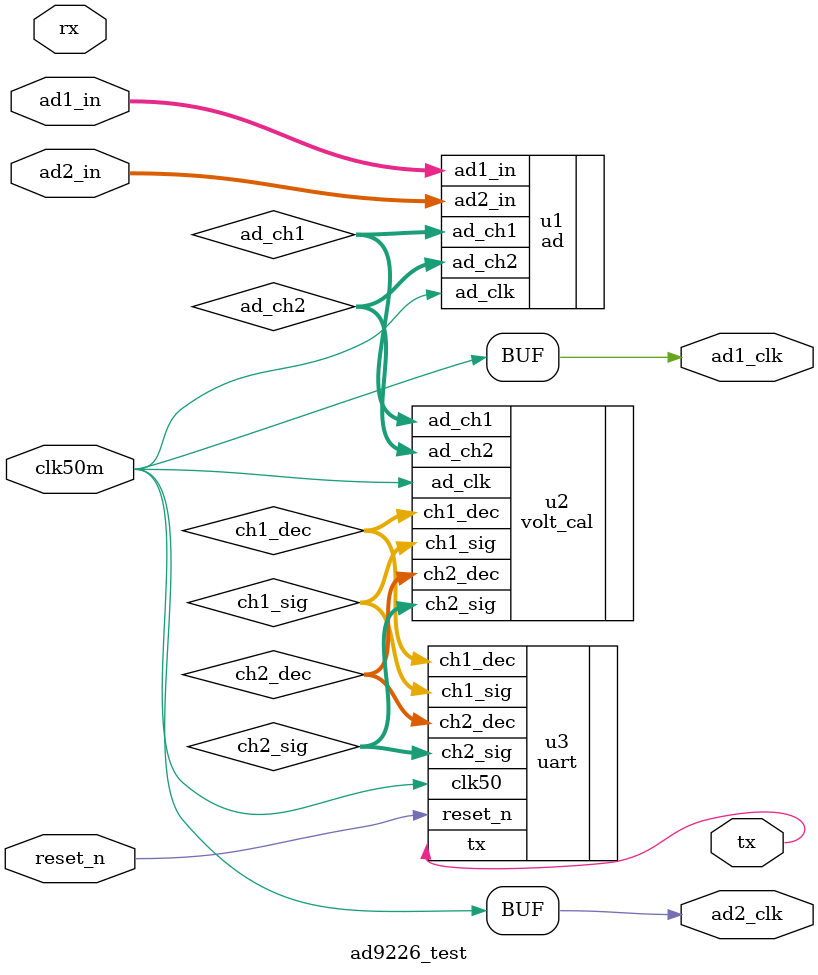
<source format=v>
`timescale 1ns / 1ps
module ad9226_test(
				input clk50m, 
				input reset_n,

	         input rx,                   //uart rx
            output tx,                  //uart tx 
				
				input [11:0] ad1_in,
				output ad1_clk,

				input [11:0] ad2_in,
				output ad2_clk	

    );


assign ad1_clk=clk50m;
assign ad2_clk=clk50m;

wire [11:0] ad_ch1;
wire [11:0] ad_ch2;
wire [7:0] ch1_sig;
wire [7:0] ch2_sig;
wire [19:0] ch1_dec;
wire [19:0] ch2_dec;


/****************AD采样程序**************/
ad u1 (
		.ad_clk                     (clk50m),                           
		.ad1_in                     (ad1_in),             //ad1 input
		.ad2_in                     (ad2_in),	           //ad2 input	
      .ad_ch1                     (ad_ch1),             //ad1 data 12bit
      .ad_ch2                     (ad_ch2)              //ad2 data
 );

/**********AD十六进制转十进制***********/
volt_cal u2(
		.ad_clk           		 (clk50m),	
		.ad_ch1            		 (ad_ch1),           //ad1 data 12bit
		.ad_ch2                  (ad_ch2),           //ad2 data 12bit
	
		.ch1_dec                 (ch1_dec),         //ad1 BCD voltage
		.ch2_dec                 (ch2_dec),         //ad2 BCD voltage
	
		.ch1_sig                 (ch1_sig),         //ch1 ad 正负
		.ch2_sig                 (ch2_sig)          //ch2 ad 正负
	
    );

/**********AD数据Uart串口发送程序***********/
uart u3(
		.clk50           		    (clk50m),	
		.reset_n           		 (reset_n),	

		.ch1_dec                 (ch1_dec),         //ad1 BCD voltage
		.ch2_dec                 (ch2_dec),         //ad2 BCD voltage
	
		.ch1_sig                 (ch1_sig),         //ch1 ad 正负
		.ch2_sig                 (ch2_sig),          //ch2 ad 正负
		
		.tx                      (tx)
		
	
    );


endmodule

</source>
